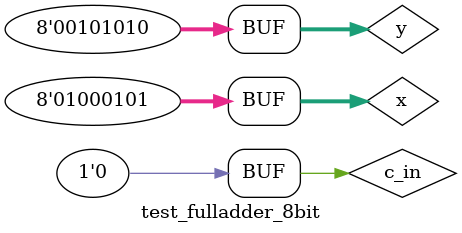
<source format=v>
`timescale 1ns / 1ps


module test_fulladder_8bit;

	// Inputs
	reg [7:0] x;
	reg [7:0] y;
	reg c_in;

	// Outputs
	wire [7:0] o;
	wire cout;

	// Instantiate the Unit Under Test (UUT)
	fulladder_8bit uut (
		.x(x), 
		.y(y), 
		.c_in(c_in), 
		.o(o), 
		.cout(cout)
	);

	initial begin
		// Initialize Inputs
		x = 0;
		y = 0;
		c_in = 0;

		// Wait 100 ns for global reset to finish
		#100;
		  
		// Add stimulus here
		x[0] = 1; y[0] = 0;
		x[1] = 0; y[1] = 1;
		x[2] = 1; y[2] = 0;
		x[3] = 0; y[3] = 1;
		x[4] = 0; y[4] = 0;
		x[5] = 0; y[5] = 1;
		x[6] = 1; y[6] = 0;
		x[7] = 0; y[7] = 0;
		
	end
		
		
      
endmodule


</source>
